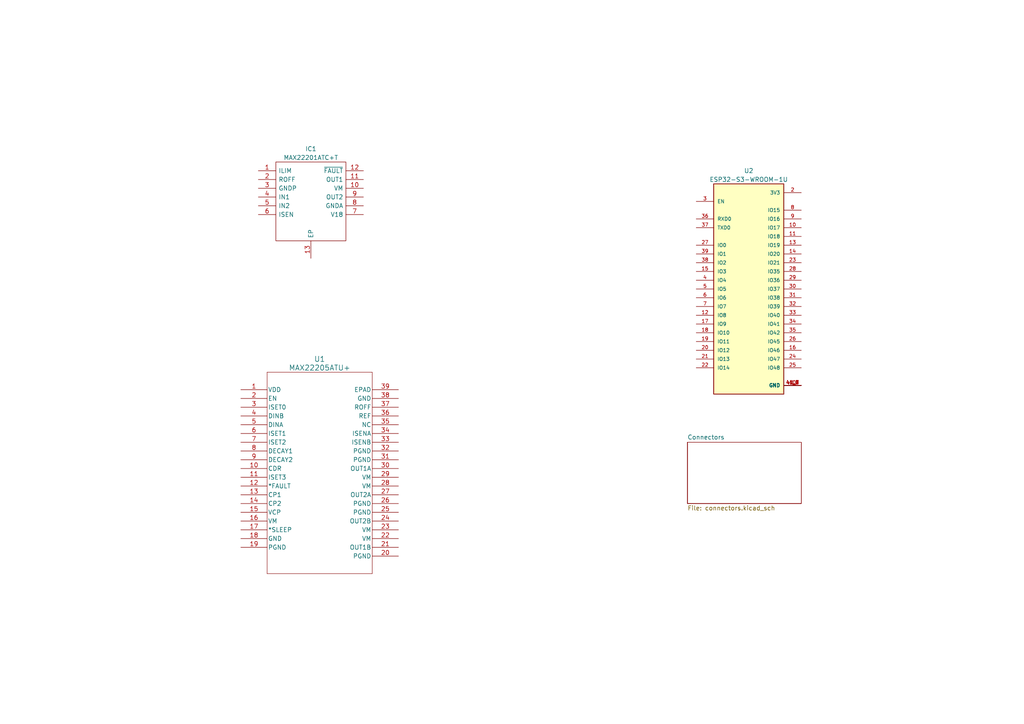
<source format=kicad_sch>
(kicad_sch (version 20230221) (generator eeschema)

  (uuid d9bffcd6-0c76-43dc-a547-0625663e12a4)

  (paper "A4")

  (lib_symbols
    (symbol "ESP32-S3-WROOM-1U:ESP32-S3-WROOM-1U" (pin_names (offset 1.016)) (in_bom yes) (on_board yes)
      (property "Reference" "U" (at -10.16 31.369 0)
        (effects (font (size 1.27 1.27)) (justify left bottom))
      )
      (property "Value" "ESP32-S3-WROOM-1U" (at -10.16 -33.02 0)
        (effects (font (size 1.27 1.27)) (justify left bottom))
      )
      (property "Footprint" "expressif:XCVR_ESP32-S3-WROOM-1U" (at 0 0 0)
        (effects (font (size 1.27 1.27)) (justify bottom) hide)
      )
      (property "Datasheet" "" (at 0 0 0)
        (effects (font (size 1.27 1.27)) hide)
      )
      (property "PARTREV" "v0.6" (at 0 0 0)
        (effects (font (size 1.27 1.27)) (justify bottom) hide)
      )
      (property "STANDARD" "Manufacturer Recommendations" (at 0 0 0)
        (effects (font (size 1.27 1.27)) (justify bottom) hide)
      )
      (property "MAXIMUM_PACKAGE_HEIGHT" "3.35mm" (at 0 0 0)
        (effects (font (size 1.27 1.27)) (justify bottom) hide)
      )
      (property "MANUFACTURER" "Espressif" (at 0 0 0)
        (effects (font (size 1.27 1.27)) (justify bottom) hide)
      )
      (symbol "ESP32-S3-WROOM-1U_0_0"
        (rectangle (start -10.16 -30.48) (end 10.16 30.48)
          (stroke (width 0.254) (type default))
          (fill (type background))
        )
        (pin power_in line (at 15.24 -27.94 180) (length 5.08)
          (name "GND" (effects (font (size 1.016 1.016))))
          (number "1" (effects (font (size 1.016 1.016))))
        )
        (pin bidirectional line (at 15.24 17.78 180) (length 5.08)
          (name "IO17" (effects (font (size 1.016 1.016))))
          (number "10" (effects (font (size 1.016 1.016))))
        )
        (pin bidirectional line (at 15.24 15.24 180) (length 5.08)
          (name "IO18" (effects (font (size 1.016 1.016))))
          (number "11" (effects (font (size 1.016 1.016))))
        )
        (pin bidirectional line (at -15.24 -7.62 0) (length 5.08)
          (name "IO8" (effects (font (size 1.016 1.016))))
          (number "12" (effects (font (size 1.016 1.016))))
        )
        (pin bidirectional line (at 15.24 12.7 180) (length 5.08)
          (name "IO19" (effects (font (size 1.016 1.016))))
          (number "13" (effects (font (size 1.016 1.016))))
        )
        (pin bidirectional line (at 15.24 10.16 180) (length 5.08)
          (name "IO20" (effects (font (size 1.016 1.016))))
          (number "14" (effects (font (size 1.016 1.016))))
        )
        (pin bidirectional line (at -15.24 5.08 0) (length 5.08)
          (name "IO3" (effects (font (size 1.016 1.016))))
          (number "15" (effects (font (size 1.016 1.016))))
        )
        (pin bidirectional line (at 15.24 -17.78 180) (length 5.08)
          (name "IO46" (effects (font (size 1.016 1.016))))
          (number "16" (effects (font (size 1.016 1.016))))
        )
        (pin bidirectional line (at -15.24 -10.16 0) (length 5.08)
          (name "IO9" (effects (font (size 1.016 1.016))))
          (number "17" (effects (font (size 1.016 1.016))))
        )
        (pin bidirectional line (at -15.24 -12.7 0) (length 5.08)
          (name "IO10" (effects (font (size 1.016 1.016))))
          (number "18" (effects (font (size 1.016 1.016))))
        )
        (pin bidirectional line (at -15.24 -15.24 0) (length 5.08)
          (name "IO11" (effects (font (size 1.016 1.016))))
          (number "19" (effects (font (size 1.016 1.016))))
        )
        (pin power_in line (at 15.24 27.94 180) (length 5.08)
          (name "3V3" (effects (font (size 1.016 1.016))))
          (number "2" (effects (font (size 1.016 1.016))))
        )
        (pin bidirectional line (at -15.24 -17.78 0) (length 5.08)
          (name "IO12" (effects (font (size 1.016 1.016))))
          (number "20" (effects (font (size 1.016 1.016))))
        )
        (pin bidirectional line (at -15.24 -20.32 0) (length 5.08)
          (name "IO13" (effects (font (size 1.016 1.016))))
          (number "21" (effects (font (size 1.016 1.016))))
        )
        (pin bidirectional line (at -15.24 -22.86 0) (length 5.08)
          (name "IO14" (effects (font (size 1.016 1.016))))
          (number "22" (effects (font (size 1.016 1.016))))
        )
        (pin bidirectional line (at 15.24 7.62 180) (length 5.08)
          (name "IO21" (effects (font (size 1.016 1.016))))
          (number "23" (effects (font (size 1.016 1.016))))
        )
        (pin bidirectional line (at 15.24 -20.32 180) (length 5.08)
          (name "IO47" (effects (font (size 1.016 1.016))))
          (number "24" (effects (font (size 1.016 1.016))))
        )
        (pin bidirectional line (at 15.24 -22.86 180) (length 5.08)
          (name "IO48" (effects (font (size 1.016 1.016))))
          (number "25" (effects (font (size 1.016 1.016))))
        )
        (pin bidirectional line (at 15.24 -15.24 180) (length 5.08)
          (name "IO45" (effects (font (size 1.016 1.016))))
          (number "26" (effects (font (size 1.016 1.016))))
        )
        (pin bidirectional line (at -15.24 12.7 0) (length 5.08)
          (name "IO0" (effects (font (size 1.016 1.016))))
          (number "27" (effects (font (size 1.016 1.016))))
        )
        (pin bidirectional line (at 15.24 5.08 180) (length 5.08)
          (name "IO35" (effects (font (size 1.016 1.016))))
          (number "28" (effects (font (size 1.016 1.016))))
        )
        (pin bidirectional line (at 15.24 2.54 180) (length 5.08)
          (name "IO36" (effects (font (size 1.016 1.016))))
          (number "29" (effects (font (size 1.016 1.016))))
        )
        (pin input line (at -15.24 25.4 0) (length 5.08)
          (name "EN" (effects (font (size 1.016 1.016))))
          (number "3" (effects (font (size 1.016 1.016))))
        )
        (pin bidirectional line (at 15.24 0 180) (length 5.08)
          (name "IO37" (effects (font (size 1.016 1.016))))
          (number "30" (effects (font (size 1.016 1.016))))
        )
        (pin bidirectional line (at 15.24 -2.54 180) (length 5.08)
          (name "IO38" (effects (font (size 1.016 1.016))))
          (number "31" (effects (font (size 1.016 1.016))))
        )
        (pin bidirectional line (at 15.24 -5.08 180) (length 5.08)
          (name "IO39" (effects (font (size 1.016 1.016))))
          (number "32" (effects (font (size 1.016 1.016))))
        )
        (pin bidirectional line (at 15.24 -7.62 180) (length 5.08)
          (name "IO40" (effects (font (size 1.016 1.016))))
          (number "33" (effects (font (size 1.016 1.016))))
        )
        (pin bidirectional line (at 15.24 -10.16 180) (length 5.08)
          (name "IO41" (effects (font (size 1.016 1.016))))
          (number "34" (effects (font (size 1.016 1.016))))
        )
        (pin bidirectional line (at 15.24 -12.7 180) (length 5.08)
          (name "IO42" (effects (font (size 1.016 1.016))))
          (number "35" (effects (font (size 1.016 1.016))))
        )
        (pin bidirectional line (at -15.24 20.32 0) (length 5.08)
          (name "RXD0" (effects (font (size 1.016 1.016))))
          (number "36" (effects (font (size 1.016 1.016))))
        )
        (pin bidirectional line (at -15.24 17.78 0) (length 5.08)
          (name "TXD0" (effects (font (size 1.016 1.016))))
          (number "37" (effects (font (size 1.016 1.016))))
        )
        (pin bidirectional line (at -15.24 7.62 0) (length 5.08)
          (name "IO2" (effects (font (size 1.016 1.016))))
          (number "38" (effects (font (size 1.016 1.016))))
        )
        (pin bidirectional line (at -15.24 10.16 0) (length 5.08)
          (name "IO1" (effects (font (size 1.016 1.016))))
          (number "39" (effects (font (size 1.016 1.016))))
        )
        (pin bidirectional line (at -15.24 2.54 0) (length 5.08)
          (name "IO4" (effects (font (size 1.016 1.016))))
          (number "4" (effects (font (size 1.016 1.016))))
        )
        (pin power_in line (at 15.24 -27.94 180) (length 5.08)
          (name "GND" (effects (font (size 1.016 1.016))))
          (number "40" (effects (font (size 1.016 1.016))))
        )
        (pin power_in line (at 15.24 -27.94 180) (length 5.08)
          (name "GND" (effects (font (size 1.016 1.016))))
          (number "41_1" (effects (font (size 1.016 1.016))))
        )
        (pin power_in line (at 15.24 -27.94 180) (length 5.08)
          (name "GND" (effects (font (size 1.016 1.016))))
          (number "41_2" (effects (font (size 1.016 1.016))))
        )
        (pin power_in line (at 15.24 -27.94 180) (length 5.08)
          (name "GND" (effects (font (size 1.016 1.016))))
          (number "41_3" (effects (font (size 1.016 1.016))))
        )
        (pin power_in line (at 15.24 -27.94 180) (length 5.08)
          (name "GND" (effects (font (size 1.016 1.016))))
          (number "41_4" (effects (font (size 1.016 1.016))))
        )
        (pin power_in line (at 15.24 -27.94 180) (length 5.08)
          (name "GND" (effects (font (size 1.016 1.016))))
          (number "41_5" (effects (font (size 1.016 1.016))))
        )
        (pin power_in line (at 15.24 -27.94 180) (length 5.08)
          (name "GND" (effects (font (size 1.016 1.016))))
          (number "41_6" (effects (font (size 1.016 1.016))))
        )
        (pin power_in line (at 15.24 -27.94 180) (length 5.08)
          (name "GND" (effects (font (size 1.016 1.016))))
          (number "41_7" (effects (font (size 1.016 1.016))))
        )
        (pin power_in line (at 15.24 -27.94 180) (length 5.08)
          (name "GND" (effects (font (size 1.016 1.016))))
          (number "41_8" (effects (font (size 1.016 1.016))))
        )
        (pin power_in line (at 15.24 -27.94 180) (length 5.08)
          (name "GND" (effects (font (size 1.016 1.016))))
          (number "41_9" (effects (font (size 1.016 1.016))))
        )
        (pin bidirectional line (at -15.24 0 0) (length 5.08)
          (name "IO5" (effects (font (size 1.016 1.016))))
          (number "5" (effects (font (size 1.016 1.016))))
        )
        (pin bidirectional line (at -15.24 -2.54 0) (length 5.08)
          (name "IO6" (effects (font (size 1.016 1.016))))
          (number "6" (effects (font (size 1.016 1.016))))
        )
        (pin bidirectional line (at -15.24 -5.08 0) (length 5.08)
          (name "IO7" (effects (font (size 1.016 1.016))))
          (number "7" (effects (font (size 1.016 1.016))))
        )
        (pin bidirectional line (at 15.24 22.86 180) (length 5.08)
          (name "IO15" (effects (font (size 1.016 1.016))))
          (number "8" (effects (font (size 1.016 1.016))))
        )
        (pin bidirectional line (at 15.24 20.32 180) (length 5.08)
          (name "IO16" (effects (font (size 1.016 1.016))))
          (number "9" (effects (font (size 1.016 1.016))))
        )
      )
    )
    (symbol "MAX22201ATC+T:MAX22201ATC+T" (pin_names (offset 0.762)) (in_bom yes) (on_board yes)
      (property "Reference" "IC" (at 26.67 7.62 0)
        (effects (font (size 1.27 1.27)) (justify left))
      )
      (property "Value" "MAX22201ATC+T" (at 26.67 5.08 0)
        (effects (font (size 1.27 1.27)) (justify left))
      )
      (property "Footprint" "maxim:SON50P300X300X80-13N" (at 26.67 2.54 0)
        (effects (font (size 1.27 1.27)) (justify left) hide)
      )
      (property "Datasheet" "https://datasheets.maximintegrated.com/en/ds/MAX22201-MAX22207.pdf" (at 26.67 0 0)
        (effects (font (size 1.27 1.27)) (justify left) hide)
      )
      (property "Description" "36V, 3.5A Brushed Motor Driver with Integrated Current Sense, 12 TDFN" (at 26.67 -2.54 0)
        (effects (font (size 1.27 1.27)) (justify left) hide)
      )
      (property "Height" "0.8" (at 26.67 -5.08 0)
        (effects (font (size 1.27 1.27)) (justify left) hide)
      )
      (property "Manufacturer_Name" "Analog Devices" (at 26.67 -7.62 0)
        (effects (font (size 1.27 1.27)) (justify left) hide)
      )
      (property "Manufacturer_Part_Number" "MAX22201ATC+T" (at 26.67 -10.16 0)
        (effects (font (size 1.27 1.27)) (justify left) hide)
      )
      (property "Mouser Part Number" "700-MAX22201ATC+T" (at 26.67 -12.7 0)
        (effects (font (size 1.27 1.27)) (justify left) hide)
      )
      (property "Mouser Price/Stock" "https://www.mouser.co.uk/ProductDetail/Analog-Devices-Maxim-Integrated/MAX22201ATC%2bT?qs=GCAb4wyKXLJui5sM%252Bjwy8A%3D%3D" (at 26.67 -15.24 0)
        (effects (font (size 1.27 1.27)) (justify left) hide)
      )
      (property "Arrow Part Number" "MAX22201ATC+T" (at 26.67 -17.78 0)
        (effects (font (size 1.27 1.27)) (justify left) hide)
      )
      (property "Arrow Price/Stock" "https://www.arrow.com/en/products/max22201atct/maxim-integrated?region=nac" (at 26.67 -20.32 0)
        (effects (font (size 1.27 1.27)) (justify left) hide)
      )
      (property "ki_description" "36V, 3.5A Brushed Motor Driver with Integrated Current Sense, 12 TDFN" (at 0 0 0)
        (effects (font (size 1.27 1.27)) hide)
      )
      (symbol "MAX22201ATC+T_0_0"
        (pin passive line (at 0 0 0) (length 5.08)
          (name "ILIM" (effects (font (size 1.27 1.27))))
          (number "1" (effects (font (size 1.27 1.27))))
        )
        (pin passive line (at 30.48 -5.08 180) (length 5.08)
          (name "VM" (effects (font (size 1.27 1.27))))
          (number "10" (effects (font (size 1.27 1.27))))
        )
        (pin passive line (at 30.48 -2.54 180) (length 5.08)
          (name "OUT1" (effects (font (size 1.27 1.27))))
          (number "11" (effects (font (size 1.27 1.27))))
        )
        (pin passive line (at 30.48 0 180) (length 5.08)
          (name "~{FAULT}" (effects (font (size 1.27 1.27))))
          (number "12" (effects (font (size 1.27 1.27))))
        )
        (pin passive line (at 15.24 -25.4 90) (length 5.08)
          (name "EP" (effects (font (size 1.27 1.27))))
          (number "13" (effects (font (size 1.27 1.27))))
        )
        (pin passive line (at 0 -2.54 0) (length 5.08)
          (name "ROFF" (effects (font (size 1.27 1.27))))
          (number "2" (effects (font (size 1.27 1.27))))
        )
        (pin passive line (at 0 -5.08 0) (length 5.08)
          (name "GNDP" (effects (font (size 1.27 1.27))))
          (number "3" (effects (font (size 1.27 1.27))))
        )
        (pin passive line (at 0 -7.62 0) (length 5.08)
          (name "IN1" (effects (font (size 1.27 1.27))))
          (number "4" (effects (font (size 1.27 1.27))))
        )
        (pin passive line (at 0 -10.16 0) (length 5.08)
          (name "IN2" (effects (font (size 1.27 1.27))))
          (number "5" (effects (font (size 1.27 1.27))))
        )
        (pin passive line (at 0 -12.7 0) (length 5.08)
          (name "ISEN" (effects (font (size 1.27 1.27))))
          (number "6" (effects (font (size 1.27 1.27))))
        )
        (pin passive line (at 30.48 -12.7 180) (length 5.08)
          (name "V18" (effects (font (size 1.27 1.27))))
          (number "7" (effects (font (size 1.27 1.27))))
        )
        (pin passive line (at 30.48 -10.16 180) (length 5.08)
          (name "GNDA" (effects (font (size 1.27 1.27))))
          (number "8" (effects (font (size 1.27 1.27))))
        )
        (pin passive line (at 30.48 -7.62 180) (length 5.08)
          (name "OUT2" (effects (font (size 1.27 1.27))))
          (number "9" (effects (font (size 1.27 1.27))))
        )
      )
      (symbol "MAX22201ATC+T_0_1"
        (polyline
          (pts
            (xy 5.08 2.54)
            (xy 25.4 2.54)
            (xy 25.4 -20.32)
            (xy 5.08 -20.32)
            (xy 5.08 2.54)
          )
          (stroke (width 0.1524) (type solid))
          (fill (type none))
        )
      )
    )
    (symbol "MAX22205ATU:MAX22205ATU+" (pin_names (offset 0.254)) (in_bom yes) (on_board yes)
      (property "Reference" "U" (at 22.86 10.16 0)
        (effects (font (size 1.524 1.524)))
      )
      (property "Value" "MAX22205ATU+" (at 22.86 7.62 0)
        (effects (font (size 1.524 1.524)))
      )
      (property "Footprint" "maxim:21-0172_T3857-1C_MXM" (at 0 0 0)
        (effects (font (size 1.27 1.27) italic) hide)
      )
      (property "Datasheet" "MAX22205ATU+" (at 0 0 0)
        (effects (font (size 1.27 1.27) italic) hide)
      )
      (property "ki_keywords" "MAX22205ATU+" (at 0 0 0)
        (effects (font (size 1.27 1.27)) hide)
      )
      (property "ki_fp_filters" "21-0172_T3857-1C_MXM 21-0172_T3857-1C_MXM-M 21-0172_T3857-1C_MXM-L" (at 0 0 0)
        (effects (font (size 1.27 1.27)) hide)
      )
      (symbol "MAX22205ATU+_0_1"
        (polyline
          (pts
            (xy 7.62 -53.34)
            (xy 38.1 -53.34)
          )
          (stroke (width 0.127) (type default))
          (fill (type none))
        )
        (polyline
          (pts
            (xy 7.62 5.08)
            (xy 7.62 -53.34)
          )
          (stroke (width 0.127) (type default))
          (fill (type none))
        )
        (polyline
          (pts
            (xy 38.1 -53.34)
            (xy 38.1 5.08)
          )
          (stroke (width 0.127) (type default))
          (fill (type none))
        )
        (polyline
          (pts
            (xy 38.1 5.08)
            (xy 7.62 5.08)
          )
          (stroke (width 0.127) (type default))
          (fill (type none))
        )
        (pin power_in line (at 0 0 0) (length 7.62)
          (name "VDD" (effects (font (size 1.27 1.27))))
          (number "1" (effects (font (size 1.27 1.27))))
        )
        (pin output line (at 0 -22.86 0) (length 7.62)
          (name "CDR" (effects (font (size 1.27 1.27))))
          (number "10" (effects (font (size 1.27 1.27))))
        )
        (pin input line (at 0 -25.4 0) (length 7.62)
          (name "ISET3" (effects (font (size 1.27 1.27))))
          (number "11" (effects (font (size 1.27 1.27))))
        )
        (pin output line (at 0 -27.94 0) (length 7.62)
          (name "*FAULT" (effects (font (size 1.27 1.27))))
          (number "12" (effects (font (size 1.27 1.27))))
        )
        (pin output line (at 0 -30.48 0) (length 7.62)
          (name "CP1" (effects (font (size 1.27 1.27))))
          (number "13" (effects (font (size 1.27 1.27))))
        )
        (pin output line (at 0 -33.02 0) (length 7.62)
          (name "CP2" (effects (font (size 1.27 1.27))))
          (number "14" (effects (font (size 1.27 1.27))))
        )
        (pin output line (at 0 -35.56 0) (length 7.62)
          (name "VCP" (effects (font (size 1.27 1.27))))
          (number "15" (effects (font (size 1.27 1.27))))
        )
        (pin power_in line (at 0 -38.1 0) (length 7.62)
          (name "VM" (effects (font (size 1.27 1.27))))
          (number "16" (effects (font (size 1.27 1.27))))
        )
        (pin input line (at 0 -40.64 0) (length 7.62)
          (name "*SLEEP" (effects (font (size 1.27 1.27))))
          (number "17" (effects (font (size 1.27 1.27))))
        )
        (pin power_in line (at 0 -43.18 0) (length 7.62)
          (name "GND" (effects (font (size 1.27 1.27))))
          (number "18" (effects (font (size 1.27 1.27))))
        )
        (pin power_in line (at 0 -45.72 0) (length 7.62)
          (name "PGND" (effects (font (size 1.27 1.27))))
          (number "19" (effects (font (size 1.27 1.27))))
        )
        (pin input line (at 0 -2.54 0) (length 7.62)
          (name "EN" (effects (font (size 1.27 1.27))))
          (number "2" (effects (font (size 1.27 1.27))))
        )
        (pin power_in line (at 45.72 -48.26 180) (length 7.62)
          (name "PGND" (effects (font (size 1.27 1.27))))
          (number "20" (effects (font (size 1.27 1.27))))
        )
        (pin output line (at 45.72 -45.72 180) (length 7.62)
          (name "OUT1B" (effects (font (size 1.27 1.27))))
          (number "21" (effects (font (size 1.27 1.27))))
        )
        (pin power_in line (at 45.72 -43.18 180) (length 7.62)
          (name "VM" (effects (font (size 1.27 1.27))))
          (number "22" (effects (font (size 1.27 1.27))))
        )
        (pin power_in line (at 45.72 -40.64 180) (length 7.62)
          (name "VM" (effects (font (size 1.27 1.27))))
          (number "23" (effects (font (size 1.27 1.27))))
        )
        (pin output line (at 45.72 -38.1 180) (length 7.62)
          (name "OUT2B" (effects (font (size 1.27 1.27))))
          (number "24" (effects (font (size 1.27 1.27))))
        )
        (pin power_in line (at 45.72 -35.56 180) (length 7.62)
          (name "PGND" (effects (font (size 1.27 1.27))))
          (number "25" (effects (font (size 1.27 1.27))))
        )
        (pin power_in line (at 45.72 -33.02 180) (length 7.62)
          (name "PGND" (effects (font (size 1.27 1.27))))
          (number "26" (effects (font (size 1.27 1.27))))
        )
        (pin output line (at 45.72 -30.48 180) (length 7.62)
          (name "OUT2A" (effects (font (size 1.27 1.27))))
          (number "27" (effects (font (size 1.27 1.27))))
        )
        (pin power_in line (at 45.72 -27.94 180) (length 7.62)
          (name "VM" (effects (font (size 1.27 1.27))))
          (number "28" (effects (font (size 1.27 1.27))))
        )
        (pin power_in line (at 45.72 -25.4 180) (length 7.62)
          (name "VM" (effects (font (size 1.27 1.27))))
          (number "29" (effects (font (size 1.27 1.27))))
        )
        (pin input line (at 0 -5.08 0) (length 7.62)
          (name "ISET0" (effects (font (size 1.27 1.27))))
          (number "3" (effects (font (size 1.27 1.27))))
        )
        (pin output line (at 45.72 -22.86 180) (length 7.62)
          (name "OUT1A" (effects (font (size 1.27 1.27))))
          (number "30" (effects (font (size 1.27 1.27))))
        )
        (pin power_in line (at 45.72 -20.32 180) (length 7.62)
          (name "PGND" (effects (font (size 1.27 1.27))))
          (number "31" (effects (font (size 1.27 1.27))))
        )
        (pin power_in line (at 45.72 -17.78 180) (length 7.62)
          (name "PGND" (effects (font (size 1.27 1.27))))
          (number "32" (effects (font (size 1.27 1.27))))
        )
        (pin output line (at 45.72 -15.24 180) (length 7.62)
          (name "ISENB" (effects (font (size 1.27 1.27))))
          (number "33" (effects (font (size 1.27 1.27))))
        )
        (pin output line (at 45.72 -12.7 180) (length 7.62)
          (name "ISENA" (effects (font (size 1.27 1.27))))
          (number "34" (effects (font (size 1.27 1.27))))
        )
        (pin unspecified line (at 45.72 -10.16 180) (length 7.62)
          (name "NC" (effects (font (size 1.27 1.27))))
          (number "35" (effects (font (size 1.27 1.27))))
        )
        (pin input line (at 45.72 -7.62 180) (length 7.62)
          (name "REF" (effects (font (size 1.27 1.27))))
          (number "36" (effects (font (size 1.27 1.27))))
        )
        (pin input line (at 45.72 -5.08 180) (length 7.62)
          (name "ROFF" (effects (font (size 1.27 1.27))))
          (number "37" (effects (font (size 1.27 1.27))))
        )
        (pin power_in line (at 45.72 -2.54 180) (length 7.62)
          (name "GND" (effects (font (size 1.27 1.27))))
          (number "38" (effects (font (size 1.27 1.27))))
        )
        (pin power_in line (at 45.72 0 180) (length 7.62)
          (name "EPAD" (effects (font (size 1.27 1.27))))
          (number "39" (effects (font (size 1.27 1.27))))
        )
        (pin input line (at 0 -7.62 0) (length 7.62)
          (name "DINB" (effects (font (size 1.27 1.27))))
          (number "4" (effects (font (size 1.27 1.27))))
        )
        (pin input line (at 0 -10.16 0) (length 7.62)
          (name "DINA" (effects (font (size 1.27 1.27))))
          (number "5" (effects (font (size 1.27 1.27))))
        )
        (pin input line (at 0 -12.7 0) (length 7.62)
          (name "ISET1" (effects (font (size 1.27 1.27))))
          (number "6" (effects (font (size 1.27 1.27))))
        )
        (pin input line (at 0 -15.24 0) (length 7.62)
          (name "ISET2" (effects (font (size 1.27 1.27))))
          (number "7" (effects (font (size 1.27 1.27))))
        )
        (pin input line (at 0 -17.78 0) (length 7.62)
          (name "DECAY1" (effects (font (size 1.27 1.27))))
          (number "8" (effects (font (size 1.27 1.27))))
        )
        (pin input line (at 0 -20.32 0) (length 7.62)
          (name "DECAY2" (effects (font (size 1.27 1.27))))
          (number "9" (effects (font (size 1.27 1.27))))
        )
      )
    )
  )


  (symbol (lib_id "MAX22205ATU:MAX22205ATU+") (at 69.85 113.03 0) (unit 1)
    (in_bom yes) (on_board yes) (dnp no) (fields_autoplaced)
    (uuid 43c6f224-6684-4f37-8988-7d80a09e7fe8)
    (property "Reference" "U1" (at 92.71 104.14 0)
      (effects (font (size 1.524 1.524)))
    )
    (property "Value" "MAX22205ATU+" (at 92.71 106.68 0)
      (effects (font (size 1.524 1.524)))
    )
    (property "Footprint" "maxim:21-0172_T3857-1C_MXM" (at 69.85 113.03 0)
      (effects (font (size 1.27 1.27) italic) hide)
    )
    (property "Datasheet" "MAX22205ATU+" (at 69.85 113.03 0)
      (effects (font (size 1.27 1.27) italic) hide)
    )
    (pin "1" (uuid 1ea6313f-f73c-4754-8bea-fa663c964c19))
    (pin "10" (uuid 5a064667-a9f1-410c-aa42-db2f204d429c))
    (pin "11" (uuid 0d07f7a2-a235-403e-9c22-6b41c17a42a8))
    (pin "12" (uuid 21c981ef-0b89-4b7c-b668-4d62f3bfb666))
    (pin "13" (uuid 92414a44-7c48-4e01-80eb-adec4083f1e4))
    (pin "14" (uuid f23822eb-1d3f-408d-ab0c-20607281d2c1))
    (pin "15" (uuid f4ff709e-1ee4-4a33-9584-6f2ef16305d5))
    (pin "16" (uuid 0593e7eb-3329-44c7-a050-4317abcde09d))
    (pin "17" (uuid 787130d4-8c73-4b72-af30-4713c7feb503))
    (pin "18" (uuid a7ef4a0d-6e72-4d6b-b417-5b33139d2b4c))
    (pin "19" (uuid e132a68a-ce26-48ad-8f8b-1bdbce585da6))
    (pin "2" (uuid 4c21f486-093e-4a73-9a57-f33eb6257c5b))
    (pin "20" (uuid 85e98032-6967-4876-9fdb-fa566f2db666))
    (pin "21" (uuid 2c9deeb0-b348-4569-9a50-e989bfdc5114))
    (pin "22" (uuid 2f5a713c-e122-4e83-98a5-ed098a6aead9))
    (pin "23" (uuid ddc59fbc-2f61-4395-b4c9-99c1c3e49484))
    (pin "24" (uuid 9009d3d9-bbc5-41ec-9443-059a6cf837ca))
    (pin "25" (uuid 3c13fdfa-a08f-4cc1-a663-6ee1186690d1))
    (pin "26" (uuid 7f2991f9-3dce-47e2-a9f8-54016ccb96a8))
    (pin "27" (uuid e8a5901c-0e67-4089-883a-7a83c99c9858))
    (pin "28" (uuid 70f3902a-0abd-4fd5-8af9-9498fe28bd0c))
    (pin "29" (uuid 51d85e4b-469e-4bc2-9dcd-82c43c2cea89))
    (pin "3" (uuid c61aba3a-63e2-4ba0-ba87-70c27590074b))
    (pin "30" (uuid edd5d6fb-d1bb-4e9b-a1de-c1745c4ff82d))
    (pin "31" (uuid 49d60fb1-bcc6-4f6f-868e-426f86bdf7a9))
    (pin "32" (uuid 241cfe59-5ef3-4c01-a526-86cb804aa028))
    (pin "33" (uuid f67e4c30-1ca9-4673-9cf7-093179836233))
    (pin "34" (uuid 59cee6e7-94f2-4ad8-a006-e74956a163a1))
    (pin "35" (uuid 36e3ae05-c763-43f4-8785-c35d827278d9))
    (pin "36" (uuid 4b815597-7a1c-42b0-af8f-ef895ea29596))
    (pin "37" (uuid a065018e-0900-42bf-bc9b-b870d7406b8f))
    (pin "38" (uuid 3aec79eb-ae6d-42ca-b40f-4c6fe15592a3))
    (pin "39" (uuid a3956890-129e-48a0-8483-b787e79c0000))
    (pin "4" (uuid d8e1fd04-b951-4c3d-a955-310750cf6134))
    (pin "5" (uuid 05f91a4e-aca4-4d7a-8b2b-a4f01fba8c23))
    (pin "6" (uuid 668e5805-2722-4bf6-b939-627916d78d90))
    (pin "7" (uuid 6dfde11b-9300-489b-89eb-c11a88f71da3))
    (pin "8" (uuid 40d65d68-2c23-44a0-8947-5abbc241daf1))
    (pin "9" (uuid 4e277231-c104-4609-81ea-da4f918b966b))
    (instances
      (project "enhanced-mega-shield"
        (path "/d9bffcd6-0c76-43dc-a547-0625663e12a4"
          (reference "U1") (unit 1)
        )
      )
    )
  )

  (symbol (lib_id "ESP32-S3-WROOM-1U:ESP32-S3-WROOM-1U") (at 217.17 83.82 0) (unit 1)
    (in_bom yes) (on_board yes) (dnp no) (fields_autoplaced)
    (uuid 584b4bad-96db-4520-9901-b8670b0eec97)
    (property "Reference" "U2" (at 217.17 49.53 0)
      (effects (font (size 1.27 1.27)))
    )
    (property "Value" "ESP32-S3-WROOM-1U" (at 217.17 52.07 0)
      (effects (font (size 1.27 1.27)))
    )
    (property "Footprint" "expressif:XCVR_ESP32-S3-WROOM-1U" (at 217.17 83.82 0)
      (effects (font (size 1.27 1.27)) (justify bottom) hide)
    )
    (property "Datasheet" "" (at 217.17 83.82 0)
      (effects (font (size 1.27 1.27)) hide)
    )
    (property "PARTREV" "v0.6" (at 217.17 83.82 0)
      (effects (font (size 1.27 1.27)) (justify bottom) hide)
    )
    (property "STANDARD" "Manufacturer Recommendations" (at 217.17 83.82 0)
      (effects (font (size 1.27 1.27)) (justify bottom) hide)
    )
    (property "MAXIMUM_PACKAGE_HEIGHT" "3.35mm" (at 217.17 83.82 0)
      (effects (font (size 1.27 1.27)) (justify bottom) hide)
    )
    (property "MANUFACTURER" "Espressif" (at 217.17 83.82 0)
      (effects (font (size 1.27 1.27)) (justify bottom) hide)
    )
    (pin "1" (uuid eb00db8f-4a7e-47a8-b8a1-ec7a2d040c0a))
    (pin "10" (uuid f7760fab-e5fc-44c8-a1a4-5d4516fbbe47))
    (pin "11" (uuid cd9e2280-ced5-4fb2-bb8d-6889eb6bbfe8))
    (pin "12" (uuid d725eebe-6218-4ff5-bf36-b494dca60220))
    (pin "13" (uuid 20f4dfd9-d414-4390-85ca-48338ea87bd1))
    (pin "14" (uuid 404b9c17-cfbf-4562-9ba6-087fb1e97a0e))
    (pin "15" (uuid 271fef2b-46b2-4d71-aed6-5165bcd9e619))
    (pin "16" (uuid c657734d-9797-45fa-bbe2-19ef5296c0a7))
    (pin "17" (uuid 6a76d522-500f-4266-815f-4f2bdac0c280))
    (pin "18" (uuid ef7f71b7-124c-4f23-8c75-4279b303107d))
    (pin "19" (uuid af3e0d42-0d22-48cb-bdf5-8caf46e03a97))
    (pin "2" (uuid d2fa2ee4-7611-4f04-99af-d696a5b48b15))
    (pin "20" (uuid 84119188-1749-40a5-b67e-ff4043b9dcd3))
    (pin "21" (uuid 9c238d76-76e9-4862-b780-eeab34202124))
    (pin "22" (uuid da563428-41b6-49df-a95a-4a97673f869b))
    (pin "23" (uuid 292e3f48-1c4c-4dec-8b5f-b5fd16dffe01))
    (pin "24" (uuid 4906bb8a-ae08-4e85-b8c4-06b30dcd4122))
    (pin "25" (uuid 7f040cb0-7b31-4051-ad5c-189a9086a178))
    (pin "26" (uuid ba174779-e900-460e-90e1-bd351573db34))
    (pin "27" (uuid 2600e224-b4b3-46a7-a50d-0ef5b41c1ac2))
    (pin "28" (uuid 73e86a29-d766-4004-9020-e29af3c9af6c))
    (pin "29" (uuid cd036c62-1a78-4517-a766-565f419af79a))
    (pin "3" (uuid 79861b41-6089-4717-afdf-0e63a8f7a10e))
    (pin "30" (uuid 8978b8f2-a996-4cf4-bdd7-bdb5c0218804))
    (pin "31" (uuid 7f469409-bbbd-4bb6-95cc-6c56b65dd074))
    (pin "32" (uuid b7dd0380-2fc8-4c41-8fc4-3e121c9b10f1))
    (pin "33" (uuid a2f45f49-d8cb-4ab1-9a0b-f77a606ca0f4))
    (pin "34" (uuid b8107773-0028-49b6-85dc-ae6d4270b939))
    (pin "35" (uuid bbdf4cf9-8c0f-4ddc-91b2-1f1d45fff71f))
    (pin "36" (uuid 9c4b8a58-74a1-417e-a395-741a1f36e639))
    (pin "37" (uuid bddeee1d-8861-45d2-8b0c-20321ae081dc))
    (pin "38" (uuid 4a457c3b-a5c2-4b25-b853-3ae485365b8d))
    (pin "39" (uuid 60188cd8-929e-4969-b16f-2cd6474ab25d))
    (pin "4" (uuid 647bf3ba-3c55-4634-96d4-354a649cd9ea))
    (pin "40" (uuid 534a3dc3-db89-4af2-8d8b-a81026ae27db))
    (pin "41_1" (uuid 7959d125-94ca-4bc9-9284-1d0c6c763a74))
    (pin "41_2" (uuid 85d06c94-5a5e-4cfc-a98e-15c9110c8e2f))
    (pin "41_3" (uuid fe175ee6-4711-4439-8d84-083567a43d96))
    (pin "41_4" (uuid a32df4c9-0617-4c08-b225-dab22c07755d))
    (pin "41_5" (uuid aa82dbb9-76f4-4bf6-a303-cc58158a8683))
    (pin "41_6" (uuid dd4f9eb5-fc83-46ef-a426-ec535988784c))
    (pin "41_7" (uuid 96411d7b-96aa-4b8a-9191-8943a0a58f17))
    (pin "41_8" (uuid 58f7b9bd-89e8-4de1-a067-6ae2b59f83b0))
    (pin "41_9" (uuid edfec06c-f0ca-493b-a506-3f2c4b5f6231))
    (pin "5" (uuid 172f6177-b5f7-4120-9b21-2ef7cef1853b))
    (pin "6" (uuid b157a48c-f3a7-4734-9486-3ead6fc57acf))
    (pin "7" (uuid fae48fa4-0e71-4432-9e94-6324a900d906))
    (pin "8" (uuid c4c5de01-6142-4bb0-a5f4-248dc24d61e6))
    (pin "9" (uuid 86bfd955-ba49-4cb4-9a34-ea028b70ec29))
    (instances
      (project "enhanced-mega-shield"
        (path "/d9bffcd6-0c76-43dc-a547-0625663e12a4"
          (reference "U2") (unit 1)
        )
      )
    )
  )

  (symbol (lib_id "MAX22201ATC+T:MAX22201ATC+T") (at 74.93 49.53 0) (unit 1)
    (in_bom yes) (on_board yes) (dnp no) (fields_autoplaced)
    (uuid de3d014b-a457-454b-9291-b83521c9061e)
    (property "Reference" "IC1" (at 90.17 43.18 0)
      (effects (font (size 1.27 1.27)))
    )
    (property "Value" "MAX22201ATC+T" (at 90.17 45.72 0)
      (effects (font (size 1.27 1.27)))
    )
    (property "Footprint" "maxim:SON50P300X300X80-13N" (at 101.6 46.99 0)
      (effects (font (size 1.27 1.27)) (justify left) hide)
    )
    (property "Datasheet" "https://datasheets.maximintegrated.com/en/ds/MAX22201-MAX22207.pdf" (at 101.6 49.53 0)
      (effects (font (size 1.27 1.27)) (justify left) hide)
    )
    (property "Description" "36V, 3.5A Brushed Motor Driver with Integrated Current Sense, 12 TDFN" (at 101.6 52.07 0)
      (effects (font (size 1.27 1.27)) (justify left) hide)
    )
    (property "Height" "0.8" (at 101.6 54.61 0)
      (effects (font (size 1.27 1.27)) (justify left) hide)
    )
    (property "Manufacturer_Name" "Analog Devices" (at 101.6 57.15 0)
      (effects (font (size 1.27 1.27)) (justify left) hide)
    )
    (property "Manufacturer_Part_Number" "MAX22201ATC+T" (at 101.6 59.69 0)
      (effects (font (size 1.27 1.27)) (justify left) hide)
    )
    (property "Mouser Part Number" "700-MAX22201ATC+T" (at 101.6 62.23 0)
      (effects (font (size 1.27 1.27)) (justify left) hide)
    )
    (property "Mouser Price/Stock" "https://www.mouser.co.uk/ProductDetail/Analog-Devices-Maxim-Integrated/MAX22201ATC%2bT?qs=GCAb4wyKXLJui5sM%252Bjwy8A%3D%3D" (at 101.6 64.77 0)
      (effects (font (size 1.27 1.27)) (justify left) hide)
    )
    (property "Arrow Part Number" "MAX22201ATC+T" (at 101.6 67.31 0)
      (effects (font (size 1.27 1.27)) (justify left) hide)
    )
    (property "Arrow Price/Stock" "https://www.arrow.com/en/products/max22201atct/maxim-integrated?region=nac" (at 101.6 69.85 0)
      (effects (font (size 1.27 1.27)) (justify left) hide)
    )
    (pin "1" (uuid 184f30be-2d59-45e4-8c08-6d18aa7d25bd))
    (pin "10" (uuid 69744cdc-e073-4356-bfe8-c6460f3e38d6))
    (pin "11" (uuid 04694c24-6135-4be9-a45e-5492f6e24f28))
    (pin "12" (uuid 0b17e319-982b-40f7-ae9f-008d5668ff88))
    (pin "13" (uuid 1d951af3-9200-4ee7-ac58-32b763c3d72c))
    (pin "2" (uuid 6aa7e4fc-741f-4b49-81a4-c9469f29fcd7))
    (pin "3" (uuid 54aed21d-e6c7-4d0e-a287-f7314be60c99))
    (pin "4" (uuid b089d5ba-e26a-4429-853d-2d1b9b72db64))
    (pin "5" (uuid 7a84fc16-eb39-4176-9bd1-03bfa2e1c449))
    (pin "6" (uuid f6603ae5-7742-4e6e-88a1-b4e8479af9d1))
    (pin "7" (uuid d71d80e7-fe65-4062-a06f-96015cae8b85))
    (pin "8" (uuid 5e7e7715-34dc-4579-bce2-96dba3465970))
    (pin "9" (uuid cd5427e4-70ee-4423-b962-94d5202f39d1))
    (instances
      (project "enhanced-mega-shield"
        (path "/d9bffcd6-0c76-43dc-a547-0625663e12a4"
          (reference "IC1") (unit 1)
        )
      )
    )
  )

  (sheet (at 199.39 128.27) (size 33.02 17.78) (fields_autoplaced)
    (stroke (width 0.1524) (type solid))
    (fill (color 0 0 0 0.0000))
    (uuid 9a2a7065-9544-42a1-be13-bae0c6e7538c)
    (property "Sheetname" "Connectors" (at 199.39 127.5584 0)
      (effects (font (size 1.27 1.27)) (justify left bottom))
    )
    (property "Sheetfile" "connectors.kicad_sch" (at 199.39 146.6346 0)
      (effects (font (size 1.27 1.27)) (justify left top))
    )
    (instances
      (project "enhanced-mega-shield"
        (path "/d9bffcd6-0c76-43dc-a547-0625663e12a4" (page "2"))
      )
    )
  )

  (sheet_instances
    (path "/" (page "1"))
  )
)

</source>
